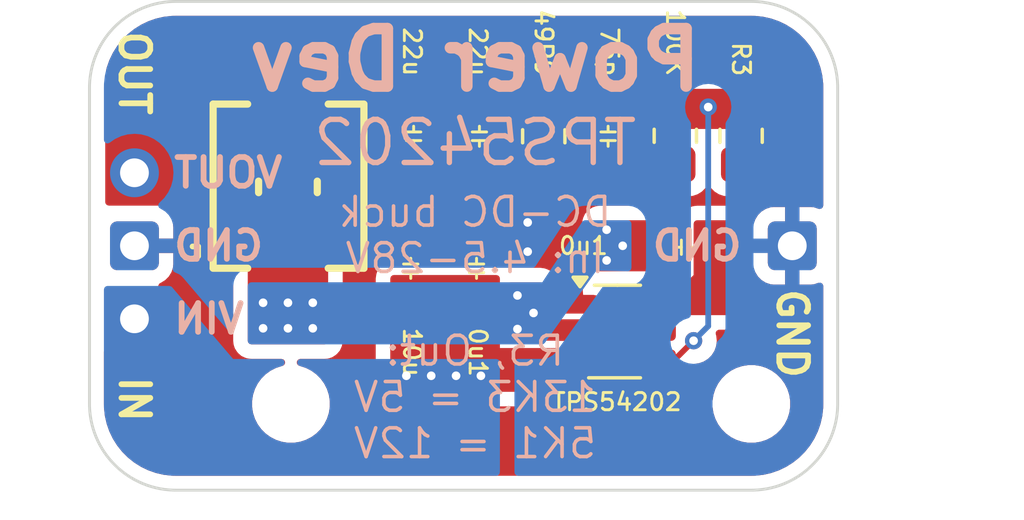
<source format=kicad_pcb>
(kicad_pcb (version 20240108) (generator "pcbnew") (generator_version "8.0")
  (layers (0 "F.Cu" signal) (31 "B.Cu" signal) (34 "B.Paste" user) (35 "F.Paste" user) (36 "B.SilkS" user "B.Silkscreen") (37 "F.SilkS" user "F.Silkscreen") (38 "B.Mask" user) (39 "F.Mask" user) (44 "Edge.Cuts" user))
  (net 0 "")
  (net 1 "GND")
  (net 2 "VIN")
  (net 3 "VOUT")
  (net 5 "SW")
  (net 6 "FB")
  (net 7 "BOOT")
  (net 8 "FB_R1")
  (footprint "custom:C_0805_2012Metric_Pad1.18x1.45mm_HandSolder" (layer "F.Cu") (at 146.304 125.2435 90)
    (property "Reference" "C1" (hide yes))
    (property "Value" "10u")
    (fp_line (start -0.15 -0.3) (end -0.15 0.2) (stroke (width 0.1)) (layer "F.SilkS"))
    (fp_line (start 0.15 -0.05) (end 0.35 -0.05) (stroke (width 0.1)) (layer "F.SilkS"))
    (fp_line (start -0.15 -0.05) (end -0.35 -0.05) (stroke (width 0.1)) (layer "F.SilkS"))
    (fp_line (start 0.15 0.2) (end 0.15 -0.3) (stroke (width 0.1)) (layer "F.SilkS"))
    (pad "1" smd roundrect (at -1.0375 0 90) (size 1.175 1.45) (layers "F.Cu" "F.Paste" "F.Mask") (roundrect_rratio 0.212766) (net 2 "VIN"))
    (pad "2" smd roundrect (at 1.0375 0 90) (size 1.175 1.45) (layers "F.Cu" "F.Paste" "F.Mask") (roundrect_rratio 0.212766) (net 1 "GND"))
  )
  (footprint "custom:Inductor_Multi_5.2x5.7_2x2.5" (layer "F.Cu") (at 141.986 122.381 90)
    (property "Reference" "L1" (hide yes))
    (property "Value" "15u")
    (fp_line (start 2.85 -2.6) (end 2.85 -1.4) (stroke (width 0.25)) (layer "F.SilkS"))
    (fp_line (start -2.85 -2.6) (end 2.85 -2.6) (stroke (width 0.25)) (layer "F.SilkS"))
    (fp_line (start -2.86 -1.4) (end -2.86 -2.6) (stroke (width 0.25)) (layer "F.SilkS"))
    (fp_line (start 0.17 -1.02) (end -0.23 -1.02) (stroke (width 0.25)) (layer "F.SilkS"))
    (fp_line (start -0.23 1.02) (end 0.17 1.02) (stroke (width 0.25)) (layer "F.SilkS"))
    (fp_line (start 2.85 1.4) (end 2.85 2.64) (stroke (width 0.25)) (layer "F.SilkS"))
    (fp_line (start 2.84 2.64) (end -2.86 2.64) (stroke (width 0.25)) (layer "F.SilkS"))
    (fp_line (start -2.86 2.64) (end -2.86 1.4) (stroke (width 0.25)) (layer "F.SilkS"))
    (pad "1" smd roundrect (at -1.825 0) (size 2.2 2.75) (layers "F.Cu" "F.Paste" "F.Mask") (roundrect_rratio 0.1136363636) (net 5 "SW"))
    (pad "2" smd roundrect (at 1.8 0) (size 2.2 2.8) (layers "F.Cu" "F.Paste" "F.Mask") (roundrect_rratio 0.1136363636) (net 3 "VOUT"))
  )
  (footprint "custom:C_0805_2012Metric_Pad1.18x1.45mm_HandSolder" (layer "F.Cu") (at 148.59 120.65 -90)
    (property "Reference" "C5" (hide yes))
    (property "Value" "22u")
    (fp_line (start 0.15 0.2) (end 0.15 -0.3) (stroke (width 0.1)) (layer "F.SilkS"))
    (fp_line (start -0.15 -0.05) (end -0.35 -0.05) (stroke (width 0.1)) (layer "F.SilkS"))
    (fp_line (start 0.15 -0.05) (end 0.35 -0.05) (stroke (width 0.1)) (layer "F.SilkS"))
    (fp_line (start -0.15 -0.3) (end -0.15 0.2) (stroke (width 0.1)) (layer "F.SilkS"))
    (pad "1" smd roundrect (at -1.0375 0 270) (size 1.175 1.45) (layers "F.Cu" "F.Paste" "F.Mask") (roundrect_rratio 0.212766) (net 3 "VOUT"))
    (pad "2" smd roundrect (at 1.0375 0 270) (size 1.175 1.45) (layers "F.Cu" "F.Paste" "F.Mask") (roundrect_rratio 0.212766) (net 1 "GND"))
  )
  (footprint "custom:C_0805_2012Metric_Pad1.18x1.45mm_HandSolder" (layer "F.Cu") (at 146.304 120.65 -90)
    (property "Reference" "C4" (hide yes))
    (property "Value" "22u")
    (fp_line (start 0.15 0.2) (end 0.15 -0.3) (stroke (width 0.1)) (layer "F.SilkS"))
    (fp_line (start -0.15 -0.05) (end -0.35 -0.05) (stroke (width 0.1)) (layer "F.SilkS"))
    (fp_line (start 0.15 -0.05) (end 0.35 -0.05) (stroke (width 0.1)) (layer "F.SilkS"))
    (fp_line (start -0.15 -0.3) (end -0.15 0.2) (stroke (width 0.1)) (layer "F.SilkS"))
    (pad "1" smd roundrect (at -1.0375 0 270) (size 1.175 1.45) (layers "F.Cu" "F.Paste" "F.Mask") (roundrect_rratio 0.212766) (net 3 "VOUT"))
    (pad "2" smd roundrect (at 1.0375 0 270) (size 1.175 1.45) (layers "F.Cu" "F.Paste" "F.Mask") (roundrect_rratio 0.212766) (net 1 "GND"))
  )
  (footprint "custom:C_0805_2012Metric_Pad1.18x1.45mm_HandSolder" (layer "F.Cu") (at 153.162 120.65 90)
    (property "Reference" "C6" (hide yes))
    (property "Value" "75p")
    (fp_line (start -0.15 -0.3) (end -0.15 0.2) (stroke (width 0.1)) (layer "F.SilkS"))
    (fp_line (start 0.15 -0.05) (end 0.35 -0.05) (stroke (width 0.1)) (layer "F.SilkS"))
    (fp_line (start -0.15 -0.05) (end -0.35 -0.05) (stroke (width 0.1)) (layer "F.SilkS"))
    (fp_line (start 0.15 0.2) (end 0.15 -0.3) (stroke (width 0.1)) (layer "F.SilkS"))
    (pad "1" smd roundrect (at -1.0375 0 90) (size 1.175 1.45) (layers "F.Cu" "F.Paste" "F.Mask") (roundrect_rratio 0.212766) (net 8 "FB_R1"))
    (pad "2" smd roundrect (at 1.0375 0 90) (size 1.175 1.45) (layers "F.Cu" "F.Paste" "F.Mask") (roundrect_rratio 0.212766) (net 6 "FB"))
  )
  (footprint "Package_TO_SOT_SMD:SOT-23-6_Handsoldering" (layer "F.Cu") (at 153.336 127.442)
    (property "Reference" "U1" (hide yes))
    (property "Value" "TPS54202DDCR")
    (fp_line (start -0.9 1.61) (end 0.9 1.61) (stroke (width 0.12)) (layer "F.SilkS"))
    (fp_line (start 0.1 -1.61) (end -0.7 -1.61) (stroke (width 0.12)) (layer "F.SilkS"))
    (fp_line (start 0.1 -1.61) (end 0.9 -1.61) (stroke (width 0.12)) (layer "F.SilkS"))
    (fp_poly (pts (xy -1.2 -1.56) (xy -1.44 -1.89) (xy -0.96 -1.89) (xy -1.2 -1.56)) (stroke (width 0.12)) (fill solid) (layer "F.SilkS"))
    (pad "1" smd roundrect (at -1.35 -0.95) (size 1.56 0.65) (layers "F.Cu" "F.Paste" "F.Mask") (net 1 "GND"))
    (pad "2" smd roundrect (at -1.35 0) (size 1.56 0.65) (layers "F.Cu" "F.Paste" "F.Mask") (net 5 "SW"))
    (pad "3" smd roundrect (at -1.35 0.95) (size 1.56 0.65) (layers "F.Cu" "F.Paste" "F.Mask") (net 2 "VIN"))
    (pad "4" smd roundrect (at 1.35 0.95) (size 1.56 0.65) (layers "F.Cu" "F.Paste" "F.Mask") (net 6 "FB"))
    (pad "5" smd roundrect (at 1.35 0) (size 1.56 0.65) (layers "F.Cu" "F.Paste" "F.Mask"))
    (pad "6" smd roundrect (at 1.35 -0.95) (size 1.56 0.65) (layers "F.Cu" "F.Paste" "F.Mask") (net 7 "BOOT"))
  )
  (footprint "Resistor_SMD:R_0805_2012Metric_Pad1.20x1.40mm_HandSolder" (layer "F.Cu") (at 157.734 120.634 -90)
    (property "Reference" "R3" (hide yes))
    (property "Value" "13K3")
    (fp_line (start -0.227064 0.735) (end 0.227064 0.735) (stroke (width 0.12)) (layer "F.SilkS"))
    (fp_line (start -0.227064 -0.735) (end 0.227064 -0.735) (stroke (width 0.12)) (layer "F.SilkS"))
    (pad "1" smd roundrect (at -1 0 270) (size 1.2 1.4) (layers "F.Cu" "F.Paste" "F.Mask") (roundrect_rratio 0.208333) (net 6 "FB"))
    (pad "2" smd roundrect (at 1 0 270) (size 1.2 1.4) (layers "F.Cu" "F.Paste" "F.Mask") (roundrect_rratio 0.208333) (net 1 "GND"))
  )
  (footprint "custom:C_0805_2012Metric_Pad1.18x1.45mm_HandSolder" (layer "F.Cu") (at 155.8075 124.46 180)
    (property "Reference" "C3" (hide yes))
    (property "Value" "0u1")
    (fp_line (start 0.15 0.2) (end 0.15 -0.3) (stroke (width 0.1)) (layer "F.SilkS"))
    (fp_line (start 0.15 -0.05) (end 0.35 -0.05) (stroke (width 0.1)) (layer "F.SilkS"))
    (fp_line (start -0.15 -0.05) (end -0.35 -0.05) (stroke (width 0.1)) (layer "F.SilkS"))
    (fp_line (start -0.15 -0.3) (end -0.15 0.2) (stroke (width 0.1)) (layer "F.SilkS"))
    (pad "1" smd roundrect (at -1.0375 0 180) (size 1.175 1.45) (layers "F.Cu" "F.Paste" "F.Mask") (roundrect_rratio 0.212766) (net 7 "BOOT"))
    (pad "2" smd roundrect (at 1.0375 0 180) (size 1.175 1.45) (layers "F.Cu" "F.Paste" "F.Mask") (roundrect_rratio 0.212766) (net 5 "SW"))
  )
  (footprint "custom:C_0805_2012Metric_Pad1.18x1.45mm_HandSolder" (layer "F.Cu") (at 148.59 125.2435 90)
    (property "Reference" "C2" (hide yes))
    (property "Value" "0u1")
    (fp_line (start -0.15 -0.3) (end -0.15 0.2) (stroke (width 0.1)) (layer "F.SilkS"))
    (fp_line (start 0.15 -0.05) (end 0.35 -0.05) (stroke (width 0.1)) (layer "F.SilkS"))
    (fp_line (start -0.15 -0.05) (end -0.35 -0.05) (stroke (width 0.1)) (layer "F.SilkS"))
    (fp_line (start 0.15 0.2) (end 0.15 -0.3) (stroke (width 0.1)) (layer "F.SilkS"))
    (pad "1" smd roundrect (at -1.0375 0 90) (size 1.175 1.45) (layers "F.Cu" "F.Paste" "F.Mask") (roundrect_rratio 0.212766) (net 2 "VIN"))
    (pad "2" smd roundrect (at 1.0375 0 90) (size 1.175 1.45) (layers "F.Cu" "F.Paste" "F.Mask") (roundrect_rratio 0.212766) (net 1 "GND"))
  )
  (footprint "Resistor_SMD:R_0805_2012Metric_Pad1.20x1.40mm_HandSolder" (layer "F.Cu") (at 155.448 120.634 90)
    (property "Reference" "R2" (hide yes))
    (property "Value" "100K")
    (fp_line (start -0.227064 -0.735) (end 0.227064 -0.735) (stroke (width 0.12)) (layer "F.SilkS"))
    (fp_line (start -0.227064 0.735) (end 0.227064 0.735) (stroke (width 0.12)) (layer "F.SilkS"))
    (pad "1" smd roundrect (at -1 0 90) (size 1.2 1.4) (layers "F.Cu" "F.Paste" "F.Mask") (roundrect_rratio 0.208333) (net 8 "FB_R1"))
    (pad "2" smd roundrect (at 1 0 90) (size 1.2 1.4) (layers "F.Cu" "F.Paste" "F.Mask") (roundrect_rratio 0.208333) (net 6 "FB"))
  )
  (footprint "Resistor_SMD:R_0805_2012Metric_Pad1.20x1.40mm_HandSolder" (layer "F.Cu") (at 150.876 120.65 -90)
    (property "Reference" "R1" (hide yes))
    (property "Value" "49R9")
    (fp_line (start -0.227064 0.735) (end 0.227064 0.735) (stroke (width 0.12)) (layer "F.SilkS"))
    (fp_line (start -0.227064 -0.735) (end 0.227064 -0.735) (stroke (width 0.12)) (layer "F.SilkS"))
    (pad "1" smd roundrect (at -1 0 270) (size 1.2 1.4) (layers "F.Cu" "F.Paste" "F.Mask") (roundrect_rratio 0.208333) (net 3 "VOUT"))
    (pad "2" smd roundrect (at 1 0 270) (size 1.2 1.4) (layers "F.Cu" "F.Paste" "F.Mask") (roundrect_rratio 0.208333) (net 8 "FB_R1"))
  )
  (footprint "MountingHole:MountingHole_2.2mm_M2" (layer "F.Cu") (at 142.09 129.96)
    (property "Reference" "REF**" (hide yes))
    (property "Value" "MountingHole_2.2mm_M2")
    (pad "" np_thru_hole circle (at 0 0) (size 2.2 2.2) (drill 2.2) (layers "*.Cu" "*.Mask"))
  )
  (footprint "custom:PinHeader_1x01_P2.54mm_simple_square" (layer "F.Cu") (at 159.512 124.46)
    (property "Reference" "J2" (hide yes))
    (property "Value" "Conn_01x03")
    (pad "1" thru_hole roundrect (at 0 0) (size 1.7 1.7) (drill 1) (layers "*.Cu" "*.Mask") (roundrect_rratio 0.1470588235) (net 1 "GND"))
  )
  (footprint "MountingHole:MountingHole_2.2mm_M2" (layer "F.Cu") (at 158.09 129.96)
    (property "Reference" "REF**" (hide yes))
    (property "Value" "MountingHole_2.2mm_M2")
    (pad "" np_thru_hole circle (at 0 0) (size 2.2 2.2) (drill 2.2) (layers "F&B.Cu" "*.Mask"))
  )
  (footprint "custom:PinHeader_1x03_P2.54mm_Vertical_simple_pad2gnd" (layer "F.Cu") (at 136.652 121.92)
    (property "Reference" "J1" (hide yes))
    (property "Value" "Conn_01x03")
    (pad "1" thru_hole circle (at 0 0) (size 1.7 1.7) (drill 1) (layers "*.Cu" "*.Mask") (net 3 "VOUT"))
    (pad "2" thru_hole roundrect (at 0 2.54) (size 1.7 1.7) (drill 1) (layers "*.Cu" "*.Mask") (roundrect_rratio 0.1470588235) (net 1 "GND"))
    (pad "3" thru_hole oval (at 0 5.08) (size 1.7 1.7) (drill 1) (layers "*.Cu" "*.Mask") (net 2 "VIN"))
  )
  (gr_poly (pts (arc (start 138.09 115.96) (mid 135.96868 116.83868) (end 135.09 118.96)) (arc (start 135.09 129.96) (mid 135.96868 132.08132) (end 138.09 132.96)) (arc (start 158.09 132.96) (mid 160.21132 132.08132) (end 161.09 129.96)) (arc (start 161.09 118.96) (mid 160.21132 116.83868) (end 158.09 115.96))) (stroke (width 0.1)) (fill none) (layer "Edge.Cuts"))
  (gr_text "VOUT" (at 137.922 121.92 0) (layer "B.SilkS") (effects (font (size 1 1) (thickness 0.2) (bold yes)) (justify right mirror)))
  (gr_text "GND" (at 137.922 124.46 0) (layer "B.SilkS") (effects (font (size 1 1) (thickness 0.2) (bold yes)) (justify right mirror)))
  (gr_text "Power Dev" (at 148.4884 118 0) (layer "B.SilkS") (effects (font (size 2 2) (thickness 0.4) (bold yes)) (justify mirror)))
  (gr_text "GND" (at 157.861 124.46 0) (layer "B.SilkS") (effects (font (size 1 1) (thickness 0.2) (bold yes)) (justify left mirror)))
  (gr_text "VIN" (at 137.922 127 0) (layer "B.SilkS") (effects (font (size 1 1) (thickness 0.2) (bold yes)) (justify right mirror)))
  (gr_text "DC-DC buck\nIn: 4.5-28V\n\nR3, Out:\n13K3 = 5V\n5K1 = 12V" (at 148.4884 122.7 0) (layer "B.SilkS") (effects (font (size 1 1) (thickness 0.125)) (justify top mirror)))
  (gr_text "TPS54202" (at 148.4884 120 0) (layer "B.SilkS") (effects (font (size 1.5 1.5) (thickness 0.1875)) (justify top mirror)))
  (gr_text "TPS54202" (at 153.416 129.54 0) (layer "F.SilkS") (effects (font (size 0.6 0.6) (thickness 0.1)) (justify top)))
  (gr_text "49R9" (at 150.876 118.618 270) (layer "F.SilkS") (effects (font (size 0.6 0.6) (thickness 0.1)) (justify right)))
  (gr_text "IN" (at 136.652 128.905 270) (layer "F.SilkS") (effects (font (size 1 1) (thickness 0.2) (bold yes)) (justify left)))
  (gr_text "0u1" (at 148.59 127.254 270) (layer "F.SilkS") (effects (font (size 0.6 0.6) (thickness 0.1)) (justify left)))
  (gr_text "G" (at 137.922 124.46 0) (layer "F.SilkS") (effects (font (size 1 1) (thickness 0.2) (bold yes)) (justify left)))
  (gr_text "GND" (at 159.512 125.857 270) (layer "F.SilkS") (effects (font (size 1 1) (thickness 0.2) (bold yes)) (justify left)))
  (gr_text "R3" (at 157.734 118.618 270) (layer "F.SilkS") (effects (font (size 0.6 0.6) (thickness 0.1)) (justify right)))
  (gr_text "75p" (at 153.162 118.618 270) (layer "F.SilkS") (effects (font (size 0.6 0.6) (thickness 0.1)) (justify right)))
  (gr_text "22u" (at 146.304 118.618 270) (layer "F.SilkS") (effects (font (size 0.6 0.6) (thickness 0.1)) (justify right)))
  (gr_text "100K" (at 155.448 118.618 270) (layer "F.SilkS") (effects (font (size 0.6 0.6) (thickness 0.1)) (justify right)))
  (gr_text "10u" (at 146.304 127.254 270) (layer "F.SilkS") (effects (font (size 0.6 0.6) (thickness 0.1)) (justify left)))
  (gr_text "OUT" (at 136.652 120.015 270) (layer "F.SilkS") (effects (font (size 1 1) (thickness 0.2) (bold yes)) (justify right)))
  (gr_text "0u1" (at 153.162 124.46 0) (layer "F.SilkS") (effects (font (size 0.6 0.6) (thickness 0.1)) (justify right)))
  (gr_text "22u" (at 148.59 118.618 270) (layer "F.SilkS") (effects (font (size 0.6 0.6) (thickness 0.1)) (justify right)))
  (segment (start 153.416 126.746) (end 153.416 129.794) (width 0.2) (layer "F.Cu") (net 1))
  (segment (start 151.986 126.492) (end 153.162 126.492) (width 0.2) (layer "F.Cu") (net 1))
  (segment (start 153.162 126.492) (end 153.416 126.746) (width 0.2) (layer "F.Cu") (net 1))
  (via (at 150.3172 123.6472) (size 0.6) (drill 0.3) (layers "F.Cu" "B.Cu") (net 1))
  (via (at 150.3172 124.6632) (size 0.6) (drill 0.3) (layers "F.Cu" "B.Cu") (net 1))
  (via (at 146.1008 128.9812) (size 0.6) (drill 0.3) (layers "F.Cu" "B.Cu") (net 2))
  (via (at 146.9644 128.9812) (size 0.6) (drill 0.3) (layers "F.Cu" "B.Cu") (net 2))
  (via (at 148.6916 128.9812) (size 0.6) (drill 0.3) (layers "F.Cu" "B.Cu") (net 2))
  (via (at 147.828 128.9812) (size 0.6) (drill 0.3) (layers "F.Cu" "B.Cu") (net 2))
  (via (at 149.9616 126.1872) (size 0.6) (drill 0.3) (layers "F.Cu" "B.Cu") (net 5))
  (via (at 153.0604 124.968) (size 0.6) (drill 0.3) (layers "F.Cu" "B.Cu") (net 5))
  (via (at 142.8496 126.4412) (size 0.6) (drill 0.3) (layers "F.Cu" "B.Cu") (net 5))
  (via (at 141.1224 127.3302) (size 0.6) (drill 0.3) (layers "F.Cu" "B.Cu") (net 5))
  (via (at 150.5204 126.7968) (size 0.6) (drill 0.3) (layers "F.Cu" "B.Cu") (net 5))
  (via (at 141.986 127.3302) (size 0.6) (drill 0.3) (layers "F.Cu" "B.Cu") (net 5))
  (via (at 141.986 126.4412) (size 0.6) (drill 0.3) (layers "F.Cu" "B.Cu") (net 5))
  (via (at 153.6192 124.46) (size 0.6) (drill 0.3) (layers "F.Cu" "B.Cu") (net 5))
  (via (at 142.8496 127.3302) (size 0.6) (drill 0.3) (layers "F.Cu" "B.Cu") (net 5))
  (via (at 149.9616 127.3556) (size 0.6) (drill 0.3) (layers "F.Cu" "B.Cu") (net 5))
  (via (at 153.0604 123.9012) (size 0.6) (drill 0.3) (layers "F.Cu" "B.Cu") (net 5))
  (via (at 141.1224 126.4412) (size 0.6) (drill 0.3) (layers "F.Cu" "B.Cu") (net 5))
  (segment (start 154.686 128.392) (end 155.453 128.392) (width 0.2) (layer "F.Cu") (net 6))
  (segment (start 155.453 128.392) (end 156.083 127.762) (width 0.2) (layer "F.Cu") (net 6))
  (via (at 156.591 119.634) (size 0.6) (drill 0.3) (layers "F.Cu" "B.Cu") (net 6))
  (via (at 156.083 127.762) (size 0.6) (drill 0.3) (layers "F.Cu" "B.Cu") (net 6))
  (segment (start 156.083 127.762) (end 156.591 127.254) (width 0.2) (layer "B.Cu") (net 6))
  (segment (start 156.591 127.254) (end 156.591 119.634) (width 0.2) (layer "B.Cu") (net 6))
  (zone (net 3) (net_name "VOUT") (layer "F.Cu") (priority 9) (connect_pads yes (clearance 0)) (min_thickness 0.25) (fill yes (thermal_gap 0.5) (thermal_bridge_width 0.5))
    (polygon (pts (xy 135.636 123.063) (xy 137.922 123.063) (xy 140.589 122.174) (xy 143.383 122.174) (xy 143.383 121.158) (xy 144.272 120.269) (xy 151.638 120.269) (xy 151.638 118.999) (xy 135.636 118.999)))
  )
  (zone (net 7) (net_name "BOOT") (layer "F.Cu") (priority 7) (connect_pads yes (clearance 0.25)) (min_thickness 0.25) (fill yes (thermal_gap 0.5) (thermal_bridge_width 0.5))
    (polygon (pts (xy 153.797 126.873) (xy 157.48 126.873) (xy 157.48 123.571) (xy 156.083 123.571) (xy 156.083 125.476) (xy 155.448 126.111) (xy 153.797 126.111)))
  )
  (zone (net 5) (net_name "SW") (layer "F.Cu") (priority 2) (connect_pads yes (clearance 0)) (min_thickness 0.25) (fill yes (thermal_gap 0.5) (thermal_bridge_width 0.5))
    (polygon (pts (xy 140.589 122.555) (xy 143.383 122.555) (xy 143.383 127.889) (xy 140.589 127.889)))
  )
  (zone (net 5) (net_name "SW") (layer "F.Cu") (priority 1) (connect_pads yes (clearance 0)) (min_thickness 0.25) (fill yes (thermal_gap 0.5) (thermal_bridge_width 0.5))
    (polygon (pts (xy 152.908 127) (xy 150.876 127) (xy 150.876 125.73) (xy 149.5552 125.73) (xy 149.5552 127.889) (xy 152.908 127.889)))
  )
  (zone (net 5) (net_name "SW") (layer "F.Cu") (priority 3) (connect_pads yes (clearance 0)) (min_thickness 0.25) (fill yes (thermal_gap 0.5) (thermal_bridge_width 0.5))
    (polygon (pts (xy 155.532 123.571) (xy 155.532 125.349) (xy 152.7126 125.349) (xy 152.7126 123.571)))
  )
  (zone (net 1) (net_name "GND") (layer "F.Cu") (priority 11) (connect_pads yes (clearance 0)) (min_thickness 0.25) (fill yes (thermal_gap 0.5) (thermal_bridge_width 0.5))
    (polygon (pts (xy 151.2316 125.1712) (xy 151.2316 126.7968) (xy 152.7556 126.7968) (xy 152.7556 126.1872) (xy 152.2476 126.1872) (xy 152.146 125.1712)))
  )
  (zone (net 8) (net_name "FB_R1") (layer "F.Cu") (priority 6) (connect_pads yes (clearance 0.25)) (min_thickness 0.25) (fill yes (thermal_gap 0.5) (thermal_bridge_width 0.5))
    (polygon (pts (xy 150.241 121.031) (xy 156.083 121.031) (xy 156.083 122.174) (xy 150.241 122.174)))
  )
  (zone (net 2) (net_name "VIN") (layer "F.Cu") (priority 5) (connect_pads yes (clearance 0.25)) (min_thickness 0.25) (fill yes (thermal_gap 0.5) (thermal_bridge_width 0.5))
    (polygon (pts (xy 145.542 125.476) (xy 149.352 125.476) (xy 149.352 128.016) (xy 152.908 128.016) (xy 152.908 129.54) (xy 145.542 129.54)))
  )
  (zone (net 6) (net_name "FB") (layer "F.Cu") (priority 8) (connect_pads yes (clearance 0.25)) (min_thickness 0.25) (fill yes (thermal_gap 0.5) (thermal_bridge_width 0.5))
    (polygon (pts (xy 152.4 118.999) (xy 158.496 118.999) (xy 158.496 120.396) (xy 152.4 120.396)))
  )
  (zone (net 1) (net_name "GND") (layers "F&B.Cu") (connect_pads (clearance 0.5)) (min_thickness 0.25) (fill yes (thermal_gap 0.5) (thermal_bridge_width 0.5))
    (polygon (pts (xy 135.09 115.96) (xy 161.09 115.96) (xy 161.09 132.96) (xy 135.09 132.96)))
  )
  (zone (net 5) (net_name "SW") (layer "B.Cu") (priority 4) (connect_pads yes (clearance 0)) (min_thickness 0.25) (fill yes (thermal_gap 0.5) (thermal_bridge_width 0.5))
    (polygon (pts (xy 140.589 127.889) (xy 150.876 127.889) (xy 152.7048 125.3236) (xy 153.924 125.349) (xy 153.924 123.571) (xy 152.2476 123.571) (xy 150.8252 125.73) (xy 140.589 125.73)))
  )
  (zone (net 2) (net_name "VIN") (layer "B.Cu") (priority 10) (connect_pads yes (clearance 0.25)) (min_thickness 0.25) (fill yes (thermal_gap 0.5) (thermal_bridge_width 0.5))
    (polygon (pts (xy 149.352 128.397) (xy 149.352 132.969) (xy 135.509 132.969) (xy 135.509 125.857) (xy 137.922 125.857) (xy 140.081 128.397)))
  )
)
</source>
